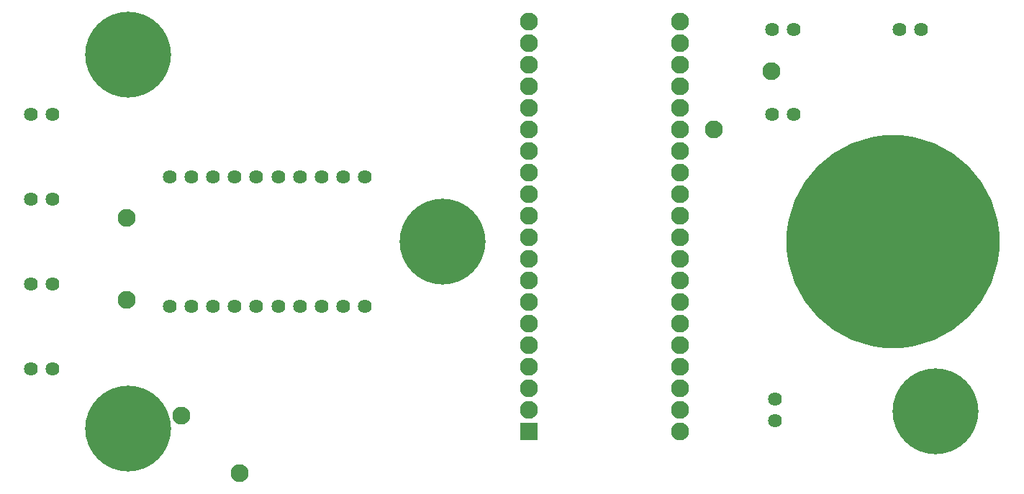
<source format=gbs>
G04 Layer: BottomSolderMaskLayer*
G04 EasyEDA v6.5.22, 2023-02-18 16:28:39*
G04 118ec262f11f47d2beab0417d1fdac3e,1e4d668faf9c44eeab1497739a8aa4b2,10*
G04 Gerber Generator version 0.2*
G04 Scale: 100 percent, Rotated: No, Reflected: No *
G04 Dimensions in millimeters *
G04 leading zeros omitted , absolute positions ,4 integer and 5 decimal *
%FSLAX45Y45*%
%MOMM*%

%AMMACRO1*1,1,$1,$2,$3*1,1,$1,$4,$5*1,1,$1,0-$2,0-$3*1,1,$1,0-$4,0-$5*20,1,$1,$2,$3,$4,$5,0*20,1,$1,$4,$5,0-$2,0-$3,0*20,1,$1,0-$2,0-$3,0-$4,0-$5,0*20,1,$1,0-$4,0-$5,$2,$3,0*4,1,4,$2,$3,$4,$5,0-$2,0-$3,0-$4,0-$5,$2,$3,0*%
%ADD10MACRO1,0.102X-1X-1X1X-1*%
%ADD11C,2.1020*%
%ADD12C,1.6256*%
%ADD13C,2.1016*%
%ADD14C,25.1015*%
%ADD15C,10.1016*%

%LPD*%
D10*
G01*
X3721100Y-2235200D03*
D11*
G01*
X3721100Y-1981200D03*
G01*
X3721100Y-1473200D03*
G01*
X3721100Y-1727200D03*
G01*
X3721100Y-711200D03*
G01*
X3721100Y-457200D03*
G01*
X3721100Y-965200D03*
G01*
X3721100Y-1219200D03*
G01*
X3721100Y812800D03*
G01*
X3721100Y1066800D03*
G01*
X3721100Y1574800D03*
G01*
X3721100Y1320800D03*
G01*
X3721100Y304800D03*
G01*
X3721100Y558800D03*
G01*
X3721100Y50800D03*
G01*
X3721100Y-203200D03*
G01*
X3721100Y2336800D03*
G01*
X3721100Y2590800D03*
G01*
X3721100Y2082800D03*
G01*
X3721100Y1828800D03*
G01*
X5499100Y1828800D03*
G01*
X5499100Y2082800D03*
G01*
X5499100Y2590800D03*
G01*
X5499100Y2336800D03*
G01*
X5499100Y-203200D03*
G01*
X5499100Y50800D03*
G01*
X5499100Y558800D03*
G01*
X5499100Y304800D03*
G01*
X5499100Y1320800D03*
G01*
X5499100Y1574800D03*
G01*
X5499100Y1066800D03*
G01*
X5499100Y812800D03*
G01*
X5499100Y-1219200D03*
G01*
X5499100Y-965200D03*
G01*
X5499100Y-457200D03*
G01*
X5499100Y-711200D03*
G01*
X5499100Y-1727200D03*
G01*
X5499100Y-1473200D03*
G01*
X5499100Y-1981200D03*
G01*
X5499100Y-2235200D03*
D12*
G01*
X-2134996Y1499996D03*
G01*
X-1880996Y1499996D03*
G01*
X-2134996Y499998D03*
G01*
X-1880996Y499998D03*
G01*
X-2134996Y-499998D03*
G01*
X-1880996Y-499998D03*
G01*
X-2134996Y-1499996D03*
G01*
X-1880996Y-1499996D03*
G01*
X6834987Y2499995D03*
G01*
X6580987Y2499995D03*
G01*
X6834987Y1499996D03*
G01*
X6580987Y1499996D03*
G01*
X6616700Y-1854200D03*
G01*
X6616700Y-2108200D03*
G01*
X8334984Y2499995D03*
G01*
X8080984Y2499995D03*
D13*
G01*
X6576517Y2004517D03*
G01*
X5894882Y1322882D03*
G01*
X-366217Y-2046782D03*
G01*
X315417Y-2728417D03*
G01*
X-1016000Y278790D03*
G01*
X-1016000Y-685190D03*
D12*
G01*
X-508000Y-762000D03*
G01*
X-254000Y-762000D03*
G01*
X0Y-762000D03*
G01*
X254000Y-762000D03*
G01*
X508000Y-762000D03*
G01*
X508000Y762000D03*
G01*
X254000Y762000D03*
G01*
X0Y762000D03*
G01*
X-254000Y762000D03*
G01*
X-508000Y762000D03*
G01*
X774700Y-762000D03*
G01*
X1028700Y-762000D03*
G01*
X1282700Y-762000D03*
G01*
X1536700Y-762000D03*
G01*
X1790700Y-762000D03*
G01*
X1790700Y762000D03*
G01*
X1536700Y762000D03*
G01*
X1282700Y762000D03*
G01*
X1028700Y762000D03*
G01*
X774700Y762000D03*
D14*
G01*
X8001000Y0D03*
D15*
G01*
X8499983Y-1999995D03*
G01*
X2699994Y0D03*
G01*
X-999997Y2199995D03*
G01*
X-999997Y-2199995D03*
M02*

</source>
